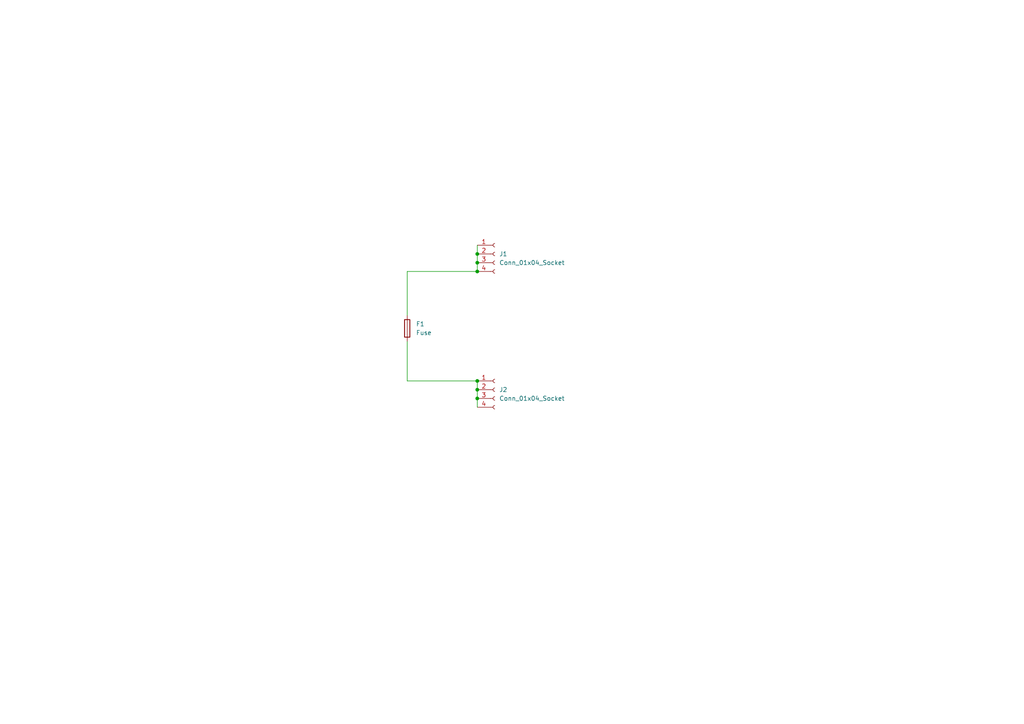
<source format=kicad_sch>
(kicad_sch
	(version 20250114)
	(generator "eeschema")
	(generator_version "9.0")
	(uuid "a0a51810-9e0c-48cb-ad4d-7273a5cebf2f")
	(paper "A4")
	(lib_symbols
		(symbol "Connector:Conn_01x04_Socket"
			(pin_names
				(offset 1.016)
				(hide yes)
			)
			(exclude_from_sim no)
			(in_bom yes)
			(on_board yes)
			(property "Reference" "J"
				(at 0 5.08 0)
				(effects
					(font
						(size 1.27 1.27)
					)
				)
			)
			(property "Value" "Conn_01x04_Socket"
				(at 0 -7.62 0)
				(effects
					(font
						(size 1.27 1.27)
					)
				)
			)
			(property "Footprint" ""
				(at 0 0 0)
				(effects
					(font
						(size 1.27 1.27)
					)
					(hide yes)
				)
			)
			(property "Datasheet" "~"
				(at 0 0 0)
				(effects
					(font
						(size 1.27 1.27)
					)
					(hide yes)
				)
			)
			(property "Description" "Generic connector, single row, 01x04, script generated"
				(at 0 0 0)
				(effects
					(font
						(size 1.27 1.27)
					)
					(hide yes)
				)
			)
			(property "ki_locked" ""
				(at 0 0 0)
				(effects
					(font
						(size 1.27 1.27)
					)
				)
			)
			(property "ki_keywords" "connector"
				(at 0 0 0)
				(effects
					(font
						(size 1.27 1.27)
					)
					(hide yes)
				)
			)
			(property "ki_fp_filters" "Connector*:*_1x??_*"
				(at 0 0 0)
				(effects
					(font
						(size 1.27 1.27)
					)
					(hide yes)
				)
			)
			(symbol "Conn_01x04_Socket_1_1"
				(polyline
					(pts
						(xy -1.27 2.54) (xy -0.508 2.54)
					)
					(stroke
						(width 0.1524)
						(type default)
					)
					(fill
						(type none)
					)
				)
				(polyline
					(pts
						(xy -1.27 0) (xy -0.508 0)
					)
					(stroke
						(width 0.1524)
						(type default)
					)
					(fill
						(type none)
					)
				)
				(polyline
					(pts
						(xy -1.27 -2.54) (xy -0.508 -2.54)
					)
					(stroke
						(width 0.1524)
						(type default)
					)
					(fill
						(type none)
					)
				)
				(polyline
					(pts
						(xy -1.27 -5.08) (xy -0.508 -5.08)
					)
					(stroke
						(width 0.1524)
						(type default)
					)
					(fill
						(type none)
					)
				)
				(arc
					(start 0 2.032)
					(mid -0.5058 2.54)
					(end 0 3.048)
					(stroke
						(width 0.1524)
						(type default)
					)
					(fill
						(type none)
					)
				)
				(arc
					(start 0 -0.508)
					(mid -0.5058 0)
					(end 0 0.508)
					(stroke
						(width 0.1524)
						(type default)
					)
					(fill
						(type none)
					)
				)
				(arc
					(start 0 -3.048)
					(mid -0.5058 -2.54)
					(end 0 -2.032)
					(stroke
						(width 0.1524)
						(type default)
					)
					(fill
						(type none)
					)
				)
				(arc
					(start 0 -5.588)
					(mid -0.5058 -5.08)
					(end 0 -4.572)
					(stroke
						(width 0.1524)
						(type default)
					)
					(fill
						(type none)
					)
				)
				(pin passive line
					(at -5.08 2.54 0)
					(length 3.81)
					(name "Pin_1"
						(effects
							(font
								(size 1.27 1.27)
							)
						)
					)
					(number "1"
						(effects
							(font
								(size 1.27 1.27)
							)
						)
					)
				)
				(pin passive line
					(at -5.08 0 0)
					(length 3.81)
					(name "Pin_2"
						(effects
							(font
								(size 1.27 1.27)
							)
						)
					)
					(number "2"
						(effects
							(font
								(size 1.27 1.27)
							)
						)
					)
				)
				(pin passive line
					(at -5.08 -2.54 0)
					(length 3.81)
					(name "Pin_3"
						(effects
							(font
								(size 1.27 1.27)
							)
						)
					)
					(number "3"
						(effects
							(font
								(size 1.27 1.27)
							)
						)
					)
				)
				(pin passive line
					(at -5.08 -5.08 0)
					(length 3.81)
					(name "Pin_4"
						(effects
							(font
								(size 1.27 1.27)
							)
						)
					)
					(number "4"
						(effects
							(font
								(size 1.27 1.27)
							)
						)
					)
				)
			)
			(embedded_fonts no)
		)
		(symbol "Device:Fuse"
			(pin_numbers
				(hide yes)
			)
			(pin_names
				(offset 0)
			)
			(exclude_from_sim no)
			(in_bom yes)
			(on_board yes)
			(property "Reference" "F"
				(at 2.032 0 90)
				(effects
					(font
						(size 1.27 1.27)
					)
				)
			)
			(property "Value" "Fuse"
				(at -1.905 0 90)
				(effects
					(font
						(size 1.27 1.27)
					)
				)
			)
			(property "Footprint" ""
				(at -1.778 0 90)
				(effects
					(font
						(size 1.27 1.27)
					)
					(hide yes)
				)
			)
			(property "Datasheet" "~"
				(at 0 0 0)
				(effects
					(font
						(size 1.27 1.27)
					)
					(hide yes)
				)
			)
			(property "Description" "Fuse"
				(at 0 0 0)
				(effects
					(font
						(size 1.27 1.27)
					)
					(hide yes)
				)
			)
			(property "ki_keywords" "fuse"
				(at 0 0 0)
				(effects
					(font
						(size 1.27 1.27)
					)
					(hide yes)
				)
			)
			(property "ki_fp_filters" "*Fuse*"
				(at 0 0 0)
				(effects
					(font
						(size 1.27 1.27)
					)
					(hide yes)
				)
			)
			(symbol "Fuse_0_1"
				(rectangle
					(start -0.762 -2.54)
					(end 0.762 2.54)
					(stroke
						(width 0.254)
						(type default)
					)
					(fill
						(type none)
					)
				)
				(polyline
					(pts
						(xy 0 2.54) (xy 0 -2.54)
					)
					(stroke
						(width 0)
						(type default)
					)
					(fill
						(type none)
					)
				)
			)
			(symbol "Fuse_1_1"
				(pin passive line
					(at 0 3.81 270)
					(length 1.27)
					(name "~"
						(effects
							(font
								(size 1.27 1.27)
							)
						)
					)
					(number "1"
						(effects
							(font
								(size 1.27 1.27)
							)
						)
					)
				)
				(pin passive line
					(at 0 -3.81 90)
					(length 1.27)
					(name "~"
						(effects
							(font
								(size 1.27 1.27)
							)
						)
					)
					(number "2"
						(effects
							(font
								(size 1.27 1.27)
							)
						)
					)
				)
			)
			(embedded_fonts no)
		)
	)
	(junction
		(at 138.43 73.66)
		(diameter 0)
		(color 0 0 0 0)
		(uuid "215e185b-8816-4b22-9d6e-d5c6856fdd1d")
	)
	(junction
		(at 138.43 110.49)
		(diameter 0)
		(color 0 0 0 0)
		(uuid "291a8c7e-8c9f-4c4a-b2dd-7ec26510795b")
	)
	(junction
		(at 138.43 78.74)
		(diameter 0)
		(color 0 0 0 0)
		(uuid "9940cb83-e962-49af-83e7-792b773c1517")
	)
	(junction
		(at 138.43 76.2)
		(diameter 0)
		(color 0 0 0 0)
		(uuid "aa591cc3-60af-4569-8530-248d4ff6824d")
	)
	(junction
		(at 138.43 113.03)
		(diameter 0)
		(color 0 0 0 0)
		(uuid "af612eaa-6c8e-4f55-a2e0-85750bdae89e")
	)
	(junction
		(at 138.43 115.57)
		(diameter 0)
		(color 0 0 0 0)
		(uuid "e9ec1b1d-7847-422b-8ef3-e4f4496e5657")
	)
	(wire
		(pts
			(xy 138.43 110.49) (xy 118.11 110.49)
		)
		(stroke
			(width 0)
			(type default)
		)
		(uuid "16a972e1-2c26-4608-a477-17f2ef4eb091")
	)
	(wire
		(pts
			(xy 138.43 115.57) (xy 138.43 118.11)
		)
		(stroke
			(width 0)
			(type default)
		)
		(uuid "2adea84c-b9f2-4653-8f32-b44a650d4d2e")
	)
	(wire
		(pts
			(xy 138.43 71.12) (xy 138.43 73.66)
		)
		(stroke
			(width 0)
			(type default)
		)
		(uuid "2afba42f-a866-428f-9ce5-d1f5af705f40")
	)
	(wire
		(pts
			(xy 118.11 110.49) (xy 118.11 99.06)
		)
		(stroke
			(width 0)
			(type default)
		)
		(uuid "30ee5deb-4b84-4b47-ac35-895318c19e3a")
	)
	(wire
		(pts
			(xy 138.43 113.03) (xy 138.43 115.57)
		)
		(stroke
			(width 0)
			(type default)
		)
		(uuid "58798012-cf28-447d-9c05-c043f3f9470b")
	)
	(wire
		(pts
			(xy 138.43 73.66) (xy 138.43 76.2)
		)
		(stroke
			(width 0)
			(type default)
		)
		(uuid "c03de101-521d-4228-bbb8-f1cdfa576b43")
	)
	(wire
		(pts
			(xy 138.43 110.49) (xy 138.43 113.03)
		)
		(stroke
			(width 0)
			(type default)
		)
		(uuid "d2ecffc0-2e7a-4eb4-9cd1-63176793b558")
	)
	(wire
		(pts
			(xy 118.11 78.74) (xy 118.11 91.44)
		)
		(stroke
			(width 0)
			(type default)
		)
		(uuid "e3619c77-fe33-4bbb-ab33-ef7146ba7cb6")
	)
	(wire
		(pts
			(xy 138.43 76.2) (xy 138.43 78.74)
		)
		(stroke
			(width 0)
			(type default)
		)
		(uuid "e707ae67-4009-47f3-925d-9fbcfea3f389")
	)
	(wire
		(pts
			(xy 138.43 78.74) (xy 118.11 78.74)
		)
		(stroke
			(width 0)
			(type default)
		)
		(uuid "ecbaac67-a15f-4545-a744-0c480294ca0f")
	)
	(symbol
		(lib_id "Connector:Conn_01x04_Socket")
		(at 143.51 73.66 0)
		(unit 1)
		(exclude_from_sim no)
		(in_bom yes)
		(on_board yes)
		(dnp no)
		(fields_autoplaced yes)
		(uuid "45e1b1fd-e31f-44d4-8a48-f7edb5fe64ec")
		(property "Reference" "J1"
			(at 144.78 73.6599 0)
			(effects
				(font
					(size 1.27 1.27)
				)
				(justify left)
			)
		)
		(property "Value" "Conn_01x04_Socket"
			(at 144.78 76.1999 0)
			(effects
				(font
					(size 1.27 1.27)
				)
				(justify left)
			)
		)
		(property "Footprint" "MyFootprints:CONN_AMT0440008TH0000G_AMP"
			(at 143.51 73.66 0)
			(effects
				(font
					(size 1.27 1.27)
				)
				(hide yes)
			)
		)
		(property "Datasheet" "~"
			(at 143.51 73.66 0)
			(effects
				(font
					(size 1.27 1.27)
				)
				(hide yes)
			)
		)
		(property "Description" "Generic connector, single row, 01x04, script generated"
			(at 143.51 73.66 0)
			(effects
				(font
					(size 1.27 1.27)
				)
				(hide yes)
			)
		)
		(pin "4"
			(uuid "d71ffcb1-1702-48f1-ab1e-bfea71831687")
		)
		(pin "3"
			(uuid "efa85bf2-0882-4dbb-b56f-8774875b112e")
		)
		(pin "1"
			(uuid "1555402d-7716-4ef6-83aa-b5a47c258891")
		)
		(pin "2"
			(uuid "dd4e6a0d-bf44-4d1a-93de-ea48a98f9b68")
		)
		(instances
			(project ""
				(path "/a0a51810-9e0c-48cb-ad4d-7273a5cebf2f"
					(reference "J1")
					(unit 1)
				)
			)
		)
	)
	(symbol
		(lib_id "Connector:Conn_01x04_Socket")
		(at 143.51 113.03 0)
		(unit 1)
		(exclude_from_sim no)
		(in_bom yes)
		(on_board yes)
		(dnp no)
		(fields_autoplaced yes)
		(uuid "6c368e1f-cc09-4039-baa7-0448867725a0")
		(property "Reference" "J2"
			(at 144.78 113.0299 0)
			(effects
				(font
					(size 1.27 1.27)
				)
				(justify left)
			)
		)
		(property "Value" "Conn_01x04_Socket"
			(at 144.78 115.5699 0)
			(effects
				(font
					(size 1.27 1.27)
				)
				(justify left)
			)
		)
		(property "Footprint" "MyFootprints:CONN_AMT0440008TH0000G_AMP"
			(at 143.51 113.03 0)
			(effects
				(font
					(size 1.27 1.27)
				)
				(hide yes)
			)
		)
		(property "Datasheet" "~"
			(at 143.51 113.03 0)
			(effects
				(font
					(size 1.27 1.27)
				)
				(hide yes)
			)
		)
		(property "Description" "Generic connector, single row, 01x04, script generated"
			(at 143.51 113.03 0)
			(effects
				(font
					(size 1.27 1.27)
				)
				(hide yes)
			)
		)
		(pin "4"
			(uuid "2fbfcd28-eb7e-44a2-9ac5-e970e277d091")
		)
		(pin "3"
			(uuid "e84a33be-fc6e-48a7-a802-53669351b44b")
		)
		(pin "1"
			(uuid "17577784-114c-490b-a7d9-a624a3dc3b37")
		)
		(pin "2"
			(uuid "99f39a8e-f73e-4166-84db-f56829ee1e43")
		)
		(instances
			(project "circuit breaker pcb"
				(path "/a0a51810-9e0c-48cb-ad4d-7273a5cebf2f"
					(reference "J2")
					(unit 1)
				)
			)
		)
	)
	(symbol
		(lib_id "Device:Fuse")
		(at 118.11 95.25 0)
		(unit 1)
		(exclude_from_sim no)
		(in_bom yes)
		(on_board yes)
		(dnp no)
		(fields_autoplaced yes)
		(uuid "f22eb14a-d1f5-4370-9030-9d26b95fd350")
		(property "Reference" "F1"
			(at 120.65 93.9799 0)
			(effects
				(font
					(size 1.27 1.27)
				)
				(justify left)
			)
		)
		(property "Value" "Fuse"
			(at 120.65 96.5199 0)
			(effects
				(font
					(size 1.27 1.27)
				)
				(justify left)
			)
		)
		(property "Footprint" "MyFootprints:circuit_breaker"
			(at 116.332 95.25 90)
			(effects
				(font
					(size 1.27 1.27)
				)
				(hide yes)
			)
		)
		(property "Datasheet" "~"
			(at 118.11 95.25 0)
			(effects
				(font
					(size 1.27 1.27)
				)
				(hide yes)
			)
		)
		(property "Description" "Fuse"
			(at 118.11 95.25 0)
			(effects
				(font
					(size 1.27 1.27)
				)
				(hide yes)
			)
		)
		(pin "1"
			(uuid "7152f9af-4b1b-4e7d-8b4f-42f45528d9f5")
		)
		(pin "2"
			(uuid "c1c24b1f-9b8a-418a-8ba7-04f1fc6acd50")
		)
		(instances
			(project ""
				(path "/a0a51810-9e0c-48cb-ad4d-7273a5cebf2f"
					(reference "F1")
					(unit 1)
				)
			)
		)
	)
	(sheet_instances
		(path "/"
			(page "1")
		)
	)
	(embedded_fonts no)
)

</source>
